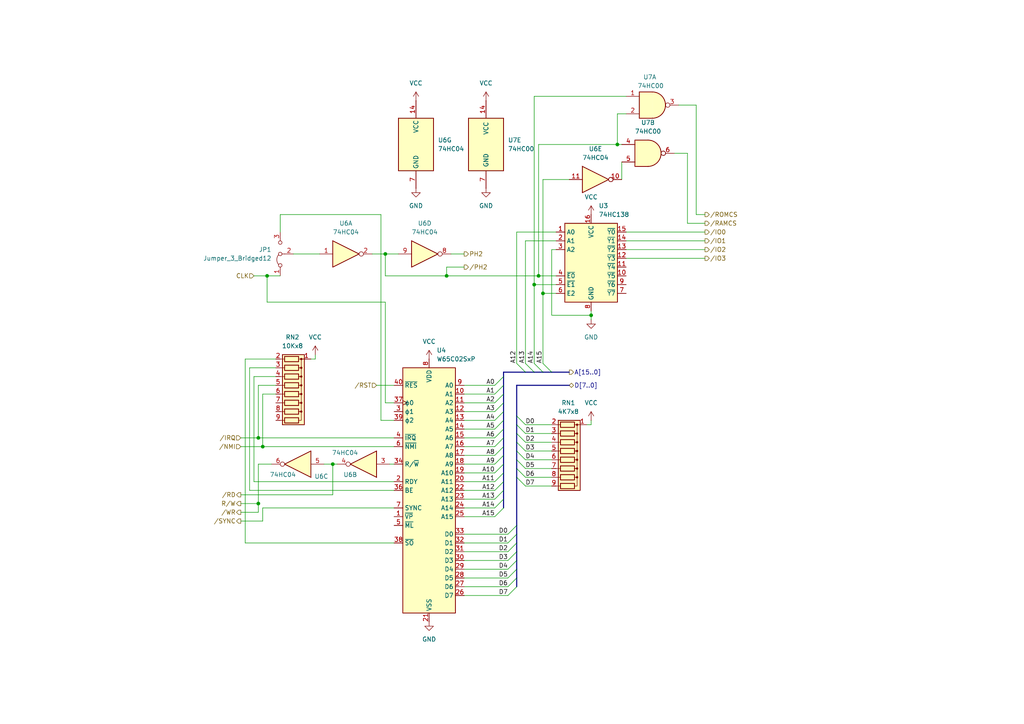
<source format=kicad_sch>
(kicad_sch (version 20231120) (generator "eeschema") (generator_version "8.0")
  (paper "A4")
  (lib_symbols
    (symbol "65xx-library:W65C02SxP"
      (property "Reference" "U" (at 2.54 40.64 0))
      (property "Value" "W65C02SxP" (at 2.54 38.1 0))
      (symbol "W65C02SxP_0_1"
        (rectangle (start -7.62 35.56) (end 7.62 -35.56) (stroke (width 0.254)) (fill (type background)))
      )
      (symbol "W65C02SxP_1_1"
        (pin output line (at -10.16 -7.62 0) (length 2.54) (name "~{VP}") (number "1"))
        (pin tri_state line (at 10.16 27.94 180) (length 2.54) (name "A1") (number "10"))
        (pin tri_state line (at 10.16 25.4 180) (length 2.54) (name "A2") (number "11"))
        (pin tri_state line (at 10.16 22.86 180) (length 2.54) (name "A3") (number "12"))
        (pin tri_state line (at 10.16 20.32 180) (length 2.54) (name "A4") (number "13"))
        (pin tri_state line (at 10.16 17.78 180) (length 2.54) (name "A5") (number "14"))
        (pin tri_state line (at 10.16 15.24 180) (length 2.54) (name "A6") (number "15"))
        (pin tri_state line (at 10.16 12.7 180) (length 2.54) (name "A7") (number "16"))
        (pin tri_state line (at 10.16 10.16 180) (length 2.54) (name "A8") (number "17"))
        (pin tri_state line (at 10.16 7.62 180) (length 2.54) (name "A9") (number "18"))
        (pin tri_state line (at 10.16 5.08 180) (length 2.54) (name "A10") (number "19"))
        (pin open_collector line (at -10.16 2.54 0) (length 2.54) (name "RDY") (number "2"))
        (pin tri_state line (at 10.16 2.54 180) (length 2.54) (name "A11") (number "20"))
        (pin power_in line (at 0 -38.1 90) (length 2.54) (name "VSS") (number "21"))
        (pin tri_state line (at 10.16 0 180) (length 2.54) (name "A12") (number "22"))
        (pin tri_state line (at 10.16 -2.54 180) (length 2.54) (name "A13") (number "23"))
        (pin tri_state line (at 10.16 -5.08 180) (length 2.54) (name "A14") (number "24"))
        (pin tri_state line (at 10.16 -7.62 180) (length 2.54) (name "A15") (number "25"))
        (pin bidirectional line (at 10.16 -30.48 180) (length 2.54) (name "D7") (number "26"))
        (pin bidirectional line (at 10.16 -27.94 180) (length 2.54) (name "D6") (number "27"))
        (pin bidirectional line (at 10.16 -25.4 180) (length 2.54) (name "D5") (number "28"))
        (pin bidirectional line (at 10.16 -22.86 180) (length 2.54) (name "D4") (number "29"))
        (pin output line (at -10.16 22.86 0) (length 2.54) (name "ϕ1") (number "3"))
        (pin bidirectional line (at 10.16 -20.32 180) (length 2.54) (name "D3") (number "30"))
        (pin bidirectional line (at 10.16 -17.78 180) (length 2.54) (name "D2") (number "31"))
        (pin bidirectional line (at 10.16 -15.24 180) (length 2.54) (name "D1") (number "32"))
        (pin bidirectional line (at 10.16 -12.7 180) (length 2.54) (name "D0") (number "33"))
        (pin tri_state line (at -10.16 7.62 0) (length 2.54) (name "R/~{W}") (number "34"))
        (pin no_connect non_logic (at -7.62 -30.48 0) (length 2.54) hide (name "nc") (number "35"))
        (pin input line (at -10.16 0 0) (length 2.54) (name "BE") (number "36"))
        (pin input clock (at -10.16 25.4 0) (length 2.54) (name "ϕ0") (number "37"))
        (pin input line (at -10.16 -15.24 0) (length 2.54) (name "~{SO}") (number "38"))
        (pin output line (at -10.16 20.32 0) (length 2.54) (name "ϕ2") (number "39"))
        (pin input line (at -10.16 15.24 0) (length 2.54) (name "~{IRQ}") (number "4"))
        (pin input line (at -10.16 30.48 0) (length 2.54) (name "~{RES}") (number "40"))
        (pin output line (at -10.16 -10.16 0) (length 2.54) (name "~{ML}") (number "5"))
        (pin input line (at -10.16 12.7 0) (length 2.54) (name "~{NMI}") (number "6"))
        (pin output line (at -10.16 -5.08 0) (length 2.54) (name "SYNC") (number "7"))
        (pin power_in line (at 0 38.1 270) (length 2.54) (name "VDD") (number "8"))
        (pin tri_state line (at 10.16 30.48 180) (length 2.54) (name "A0") (number "9"))
      )
    )
    (symbol "74xx:74HC00" (pin_names (offset 1.016))
      (property "Reference" "U" (at 0 1.27 0))
      (property "Value" "74HC00" (at 0 -1.27 0))
      (symbol "74HC00_1_1"
        (arc (start 0 -3.81) (mid 3.7934 0) (end 0 3.81) (stroke (width 0.254)) (fill (type background)))
        (polyline (pts (xy 0 3.81) (xy -3.81 3.81) (xy -3.81 -3.81) (xy 0 -3.81)) (stroke (width 0.254)) (fill (type background)))
        (pin input line (at -7.62 2.54 0) (length 3.81) (name "~") (number "1"))
        (pin input line (at -7.62 -2.54 0) (length 3.81) (name "~") (number "2"))
        (pin output inverted (at 7.62 0 180) (length 3.81) (name "~") (number "3"))
      )
      (symbol "74HC00_1_2"
        (arc (start -3.81 -3.81) (mid -2.589 0) (end -3.81 3.81) (stroke (width 0.254)))
        (arc (start -0.6096 -3.81) (mid 2.1842 -2.5851) (end 3.81 0) (stroke (width 0.254)) (fill (type background)))
        (polyline (pts (xy -3.81 -3.81) (xy -0.635 -3.81)) (stroke (width 0.254)) (fill (type background)))
        (polyline (pts (xy -3.81 3.81) (xy -0.635 3.81)) (stroke (width 0.254)) (fill (type background)))
        (polyline (pts (xy -0.635 3.81) (xy -3.81 3.81) (xy -3.81 3.81) (xy -3.556 3.4036) (xy -3.0226 2.2606) (xy -2.6924 1.0414) (xy -2.6162 -0.254) (xy -2.7686 -1.4986) (xy -3.175 -2.7178) (xy -3.81 -3.81) (xy -3.81 -3.81) (xy -0.635 -3.81)) (stroke (width -25.4)) (fill (type background)))
        (arc (start 3.81 0) (mid 2.1915 2.5936) (end -0.6096 3.81) (stroke (width 0.254)) (fill (type background)))
        (pin input inverted (at -7.62 2.54 0) (length 4.318) (name "~") (number "1"))
        (pin input inverted (at -7.62 -2.54 0) (length 4.318) (name "~") (number "2"))
        (pin output line (at 7.62 0 180) (length 3.81) (name "~") (number "3"))
      )
      (symbol "74HC00_2_1"
        (arc (start 0 -3.81) (mid 3.7934 0) (end 0 3.81) (stroke (width 0.254)) (fill (type background)))
        (polyline (pts (xy 0 3.81) (xy -3.81 3.81) (xy -3.81 -3.81) (xy 0 -3.81)) (stroke (width 0.254)) (fill (type background)))
        (pin input line (at -7.62 2.54 0) (length 3.81) (name "~") (number "4"))
        (pin input line (at -7.62 -2.54 0) (length 3.81) (name "~") (number "5"))
        (pin output inverted (at 7.62 0 180) (length 3.81) (name "~") (number "6"))
      )
      (symbol "74HC00_2_2"
        (arc (start -3.81 -3.81) (mid -2.589 0) (end -3.81 3.81) (stroke (width 0.254)))
        (arc (start -0.6096 -3.81) (mid 2.1842 -2.5851) (end 3.81 0) (stroke (width 0.254)) (fill (type background)))
        (polyline (pts (xy -3.81 -3.81) (xy -0.635 -3.81)) (stroke (width 0.254)) (fill (type background)))
        (polyline (pts (xy -3.81 3.81) (xy -0.635 3.81)) (stroke (width 0.254)) (fill (type background)))
        (polyline (pts (xy -0.635 3.81) (xy -3.81 3.81) (xy -3.81 3.81) (xy -3.556 3.4036) (xy -3.0226 2.2606) (xy -2.6924 1.0414) (xy -2.6162 -0.254) (xy -2.7686 -1.4986) (xy -3.175 -2.7178) (xy -3.81 -3.81) (xy -3.81 -3.81) (xy -0.635 -3.81)) (stroke (width -25.4)) (fill (type background)))
        (arc (start 3.81 0) (mid 2.1915 2.5936) (end -0.6096 3.81) (stroke (width 0.254)) (fill (type background)))
        (pin input inverted (at -7.62 2.54 0) (length 4.318) (name "~") (number "4"))
        (pin input inverted (at -7.62 -2.54 0) (length 4.318) (name "~") (number "5"))
        (pin output line (at 7.62 0 180) (length 3.81) (name "~") (number "6"))
      )
      (symbol "74HC00_3_1"
        (arc (start 0 -3.81) (mid 3.7934 0) (end 0 3.81) (stroke (width 0.254)) (fill (type background)))
        (polyline (pts (xy 0 3.81) (xy -3.81 3.81) (xy -3.81 -3.81) (xy 0 -3.81)) (stroke (width 0.254)) (fill (type background)))
        (pin input line (at -7.62 -2.54 0) (length 3.81) (name "~") (number "10"))
        (pin output inverted (at 7.62 0 180) (length 3.81) (name "~") (number "8"))
        (pin input line (at -7.62 2.54 0) (length 3.81) (name "~") (number "9"))
      )
      (symbol "74HC00_3_2"
        (arc (start -3.81 -3.81) (mid -2.589 0) (end -3.81 3.81) (stroke (width 0.254)))
        (arc (start -0.6096 -3.81) (mid 2.1842 -2.5851) (end 3.81 0) (stroke (width 0.254)) (fill (type background)))
        (polyline (pts (xy -3.81 -3.81) (xy -0.635 -3.81)) (stroke (width 0.254)) (fill (type background)))
        (polyline (pts (xy -3.81 3.81) (xy -0.635 3.81)) (stroke (width 0.254)) (fill (type background)))
        (polyline (pts (xy -0.635 3.81) (xy -3.81 3.81) (xy -3.81 3.81) (xy -3.556 3.4036) (xy -3.0226 2.2606) (xy -2.6924 1.0414) (xy -2.6162 -0.254) (xy -2.7686 -1.4986) (xy -3.175 -2.7178) (xy -3.81 -3.81) (xy -3.81 -3.81) (xy -0.635 -3.81)) (stroke (width -25.4)) (fill (type background)))
        (arc (start 3.81 0) (mid 2.1915 2.5936) (end -0.6096 3.81) (stroke (width 0.254)) (fill (type background)))
        (pin input inverted (at -7.62 -2.54 0) (length 4.318) (name "~") (number "10"))
        (pin output line (at 7.62 0 180) (length 3.81) (name "~") (number "8"))
        (pin input inverted (at -7.62 2.54 0) (length 4.318) (name "~") (number "9"))
      )
      (symbol "74HC00_4_1"
        (arc (start 0 -3.81) (mid 3.7934 0) (end 0 3.81) (stroke (width 0.254)) (fill (type background)))
        (polyline (pts (xy 0 3.81) (xy -3.81 3.81) (xy -3.81 -3.81) (xy 0 -3.81)) (stroke (width 0.254)) (fill (type background)))
        (pin output inverted (at 7.62 0 180) (length 3.81) (name "~") (number "11"))
        (pin input line (at -7.62 2.54 0) (length 3.81) (name "~") (number "12"))
        (pin input line (at -7.62 -2.54 0) (length 3.81) (name "~") (number "13"))
      )
      (symbol "74HC00_4_2"
        (arc (start -3.81 -3.81) (mid -2.589 0) (end -3.81 3.81) (stroke (width 0.254)))
        (arc (start -0.6096 -3.81) (mid 2.1842 -2.5851) (end 3.81 0) (stroke (width 0.254)) (fill (type background)))
        (polyline (pts (xy -3.81 -3.81) (xy -0.635 -3.81)) (stroke (width 0.254)) (fill (type background)))
        (polyline (pts (xy -3.81 3.81) (xy -0.635 3.81)) (stroke (width 0.254)) (fill (type background)))
        (polyline (pts (xy -0.635 3.81) (xy -3.81 3.81) (xy -3.81 3.81) (xy -3.556 3.4036) (xy -3.0226 2.2606) (xy -2.6924 1.0414) (xy -2.6162 -0.254) (xy -2.7686 -1.4986) (xy -3.175 -2.7178) (xy -3.81 -3.81) (xy -3.81 -3.81) (xy -0.635 -3.81)) (stroke (width -25.4)) (fill (type background)))
        (arc (start 3.81 0) (mid 2.1915 2.5936) (end -0.6096 3.81) (stroke (width 0.254)) (fill (type background)))
        (pin output line (at 7.62 0 180) (length 3.81) (name "~") (number "11"))
        (pin input inverted (at -7.62 2.54 0) (length 4.318) (name "~") (number "12"))
        (pin input inverted (at -7.62 -2.54 0) (length 4.318) (name "~") (number "13"))
      )
      (symbol "74HC00_5_0"
        (pin power_in line (at 0 12.7 270) (length 5.08) (name "VCC") (number "14"))
        (pin power_in line (at 0 -12.7 90) (length 5.08) (name "GND") (number "7"))
      )
      (symbol "74HC00_5_1"
        (rectangle (start -5.08 7.62) (end 5.08 -7.62) (stroke (width 0.254)) (fill (type background)))
      )
    )
    (symbol "74xx:74HC04"
      (property "Reference" "U" (at 0 1.27 0))
      (property "Value" "74HC04" (at 0 -1.27 0))
      (symbol "74HC04_1_0"
        (polyline (pts (xy -3.81 3.81) (xy -3.81 -3.81) (xy 3.81 0) (xy -3.81 3.81)) (stroke (width 0.254)) (fill (type background)))
        (pin input line (at -7.62 0 0) (length 3.81) (name "~") (number "1"))
        (pin output inverted (at 7.62 0 180) (length 3.81) (name "~") (number "2"))
      )
      (symbol "74HC04_2_0"
        (polyline (pts (xy -3.81 3.81) (xy -3.81 -3.81) (xy 3.81 0) (xy -3.81 3.81)) (stroke (width 0.254)) (fill (type background)))
        (pin input line (at -7.62 0 0) (length 3.81) (name "~") (number "3"))
        (pin output inverted (at 7.62 0 180) (length 3.81) (name "~") (number "4"))
      )
      (symbol "74HC04_3_0"
        (polyline (pts (xy -3.81 3.81) (xy -3.81 -3.81) (xy 3.81 0) (xy -3.81 3.81)) (stroke (width 0.254)) (fill (type background)))
        (pin input line (at -7.62 0 0) (length 3.81) (name "~") (number "5"))
        (pin output inverted (at 7.62 0 180) (length 3.81) (name "~") (number "6"))
      )
      (symbol "74HC04_4_0"
        (polyline (pts (xy -3.81 3.81) (xy -3.81 -3.81) (xy 3.81 0) (xy -3.81 3.81)) (stroke (width 0.254)) (fill (type background)))
        (pin output inverted (at 7.62 0 180) (length 3.81) (name "~") (number "8"))
        (pin input line (at -7.62 0 0) (length 3.81) (name "~") (number "9"))
      )
      (symbol "74HC04_5_0"
        (polyline (pts (xy -3.81 3.81) (xy -3.81 -3.81) (xy 3.81 0) (xy -3.81 3.81)) (stroke (width 0.254)) (fill (type background)))
        (pin output inverted (at 7.62 0 180) (length 3.81) (name "~") (number "10"))
        (pin input line (at -7.62 0 0) (length 3.81) (name "~") (number "11"))
      )
      (symbol "74HC04_6_0"
        (polyline (pts (xy -3.81 3.81) (xy -3.81 -3.81) (xy 3.81 0) (xy -3.81 3.81)) (stroke (width 0.254)) (fill (type background)))
        (pin output inverted (at 7.62 0 180) (length 3.81) (name "~") (number "12"))
        (pin input line (at -7.62 0 0) (length 3.81) (name "~") (number "13"))
      )
      (symbol "74HC04_7_0"
        (pin power_in line (at 0 12.7 270) (length 5.08) (name "VCC") (number "14"))
        (pin power_in line (at 0 -12.7 90) (length 5.08) (name "GND") (number "7"))
      )
      (symbol "74HC04_7_1"
        (rectangle (start -5.08 7.62) (end 5.08 -7.62) (stroke (width 0.254)) (fill (type background)))
      )
    )
    (symbol "74xx:74HC138"
      (property "Reference" "U" (at -7.62 13.97 0))
      (property "Value" "74HC138" (at 2.54 -11.43 0))
      (symbol "74HC138_0_1"
        (rectangle (start -7.62 12.7) (end 7.62 -10.16) (stroke (width 0.254)) (fill (type background)))
      )
      (symbol "74HC138_1_1"
        (pin input line (at -10.16 10.16 0) (length 2.54) (name "A0") (number "1"))
        (pin output line (at 10.16 -2.54 180) (length 2.54) (name "~{Y5}") (number "10"))
        (pin output line (at 10.16 0 180) (length 2.54) (name "~{Y4}") (number "11"))
        (pin output line (at 10.16 2.54 180) (length 2.54) (name "~{Y3}") (number "12"))
        (pin output line (at 10.16 5.08 180) (length 2.54) (name "~{Y2}") (number "13"))
        (pin output line (at 10.16 7.62 180) (length 2.54) (name "~{Y1}") (number "14"))
        (pin output line (at 10.16 10.16 180) (length 2.54) (name "~{Y0}") (number "15"))
        (pin power_in line (at 0 15.24 270) (length 2.54) (name "VCC") (number "16"))
        (pin input line (at -10.16 7.62 0) (length 2.54) (name "A1") (number "2"))
        (pin input line (at -10.16 5.08 0) (length 2.54) (name "A2") (number "3"))
        (pin input line (at -10.16 -2.54 0) (length 2.54) (name "~{E0}") (number "4"))
        (pin input line (at -10.16 -5.08 0) (length 2.54) (name "~{E1}") (number "5"))
        (pin input line (at -10.16 -7.62 0) (length 2.54) (name "E2") (number "6"))
        (pin output line (at 10.16 -7.62 180) (length 2.54) (name "~{Y7}") (number "7"))
        (pin power_in line (at 0 -12.7 90) (length 2.54) (name "GND") (number "8"))
        (pin output line (at 10.16 -5.08 180) (length 2.54) (name "~{Y6}") (number "9"))
      )
    )
    (symbol "Device:R_Network08" (pin_names (offset 0) hide)
      (property "Reference" "RN" (at -12.7 0 90))
      (property "Value" "R_Network08" (at 10.16 0 90))
      (symbol "R_Network08_0_1"
        (rectangle (start -11.43 -3.175) (end 8.89 3.175) (stroke (width 0.254)) (fill (type background)))
        (rectangle (start -10.922 1.524) (end -9.398 -2.54) (stroke (width 0.254)))
        (circle (center -10.16 2.286) (radius 0.254) (fill (type outline)))
        (rectangle (start -8.382 1.524) (end -6.858 -2.54) (stroke (width 0.254)))
        (circle (center -7.62 2.286) (radius 0.254) (fill (type outline)))
        (rectangle (start -5.842 1.524) (end -4.318 -2.54) (stroke (width 0.254)))
        (circle (center -5.08 2.286) (radius 0.254) (fill (type outline)))
        (rectangle (start -3.302 1.524) (end -1.778 -2.54) (stroke (width 0.254)))
        (circle (center -2.54 2.286) (radius 0.254) (fill (type outline)))
        (rectangle (start -0.762 1.524) (end 0.762 -2.54) (stroke (width 0.254)))
        (polyline (pts (xy -10.16 -2.54) (xy -10.16 -3.81)))
        (polyline (pts (xy -7.62 -2.54) (xy -7.62 -3.81)))
        (polyline (pts (xy -5.08 -2.54) (xy -5.08 -3.81)))
        (polyline (pts (xy -2.54 -2.54) (xy -2.54 -3.81)))
        (polyline (pts (xy 0 -2.54) (xy 0 -3.81)))
        (polyline (pts (xy 2.54 -2.54) (xy 2.54 -3.81)))
        (polyline (pts (xy 5.08 -2.54) (xy 5.08 -3.81)))
        (polyline (pts (xy 7.62 -2.54) (xy 7.62 -3.81)))
        (polyline (pts (xy -10.16 1.524) (xy -10.16 2.286) (xy -7.62 2.286) (xy -7.62 1.524)))
        (polyline (pts (xy -7.62 1.524) (xy -7.62 2.286) (xy -5.08 2.286) (xy -5.08 1.524)))
        (polyline (pts (xy -5.08 1.524) (xy -5.08 2.286) (xy -2.54 2.286) (xy -2.54 1.524)))
        (polyline (pts (xy -2.54 1.524) (xy -2.54 2.286) (xy 0 2.286) (xy 0 1.524)))
        (polyline (pts (xy 0 1.524) (xy 0 2.286) (xy 2.54 2.286) (xy 2.54 1.524)))
        (polyline (pts (xy 2.54 1.524) (xy 2.54 2.286) (xy 5.08 2.286) (xy 5.08 1.524)))
        (polyline (pts (xy 5.08 1.524) (xy 5.08 2.286) (xy 7.62 2.286) (xy 7.62 1.524)))
        (circle (center 0 2.286) (radius 0.254) (fill (type outline)))
        (rectangle (start 1.778 1.524) (end 3.302 -2.54) (stroke (width 0.254)))
        (circle (center 2.54 2.286) (radius 0.254) (fill (type outline)))
        (rectangle (start 4.318 1.524) (end 5.842 -2.54) (stroke (width 0.254)))
        (circle (center 5.08 2.286) (radius 0.254) (fill (type outline)))
        (rectangle (start 6.858 1.524) (end 8.382 -2.54) (stroke (width 0.254)))
      )
      (symbol "R_Network08_1_1"
        (pin passive line (at -10.16 5.08 270) (length 2.54) (name "common") (number "1"))
        (pin passive line (at -10.16 -5.08 90) (length 1.27) (name "R1") (number "2"))
        (pin passive line (at -7.62 -5.08 90) (length 1.27) (name "R2") (number "3"))
        (pin passive line (at -5.08 -5.08 90) (length 1.27) (name "R3") (number "4"))
        (pin passive line (at -2.54 -5.08 90) (length 1.27) (name "R4") (number "5"))
        (pin passive line (at 0 -5.08 90) (length 1.27) (name "R5") (number "6"))
        (pin passive line (at 2.54 -5.08 90) (length 1.27) (name "R6") (number "7"))
        (pin passive line (at 5.08 -5.08 90) (length 1.27) (name "R7") (number "8"))
        (pin passive line (at 7.62 -5.08 90) (length 1.27) (name "R8") (number "9"))
      )
    )
    (symbol "Jumper:Jumper_3_Bridged12" (pin_names (offset 0) hide)
      (property "Reference" "JP" (at -2.54 -2.54 0))
      (property "Value" "Jumper_3_Bridged12" (at 0 2.794 0))
      (symbol "Jumper_3_Bridged12_0_0"
        (circle (center -3.302 0) (radius 0.508))
        (circle (center 0 0) (radius 0.508))
        (circle (center 3.302 0) (radius 0.508))
      )
      (symbol "Jumper_3_Bridged12_0_1"
        (arc (start -0.254 0.508) (mid -1.651 0.9912) (end -3.048 0.508))
        (polyline (pts (xy 0 -1.27) (xy 0 -0.508)))
      )
      (symbol "Jumper_3_Bridged12_1_1"
        (pin passive line (at -6.35 0 0) (length 2.54) (name "A") (number "1"))
        (pin passive line (at 0 -3.81 90) (length 2.54) (name "C") (number "2"))
        (pin passive line (at 6.35 0 180) (length 2.54) (name "B") (number "3"))
      )
    )
    (symbol "power:GND" (power) (pin_numbers hide) (pin_names (offset 0) hide)
      (property "Value" "GND" (at 0 -3.81 0))
      (symbol "GND_0_1"
        (polyline (pts (xy 0 0) (xy 0 -1.27) (xy 1.27 -1.27) (xy 0 -2.54) (xy -1.27 -1.27) (xy 0 -1.27)))
      )
      (symbol "GND_1_1"
        (pin power_in line (at 0 0 270) (length 0) (name "~") (number "1"))
      )
    )
    (symbol "power:VCC" (power) (pin_numbers hide) (pin_names (offset 0) hide)
      (property "Value" "VCC" (at 0 3.556 0))
      (symbol "VCC_0_1"
        (polyline (pts (xy -0.762 1.27) (xy 0 2.54)))
        (polyline (pts (xy 0 0) (xy 0 2.54)))
        (polyline (pts (xy 0 2.54) (xy 0.762 1.27)))
      )
      (symbol "VCC_1_1"
        (pin power_in line (at 0 0 90) (length 0) (name "~") (number "1"))
      )
    )
  )
  (junction (at 111.76 73.66))
  (junction (at 129.54 80.01))
  (junction (at 74.93 146.05))
  (junction (at 156.21 80.01))
  (junction (at 179.07 41.91))
  (junction (at 77.47 80.01))
  (junction (at 76.2 129.54))
  (junction (at 96.52 134.62))
  (junction (at 171.45 91.44))
  (junction (at 74.93 127))
  (junction (at 154.94 82.55))
  (junction (at 157.48 85.09))
  (bus_entry (at 147.32 172.72) (size 2.54 -2.54))
  (bus_entry (at 154.94 107.95) (size -2.54 -2.54))
  (bus_entry (at 146.05 111.76) (size -2.54 2.54))
  (bus_entry (at 149.86 138.43) (size 2.54 2.54))
  (bus_entry (at 146.05 119.38) (size -2.54 2.54))
  (bus_entry (at 146.05 129.54) (size -2.54 2.54))
  (bus_entry (at 149.86 128.27) (size 2.54 2.54))
  (bus_entry (at 146.05 137.16) (size -2.54 2.54))
  (bus_entry (at 146.05 134.62) (size -2.54 2.54))
  (bus_entry (at 149.86 133.35) (size 2.54 2.54))
  (bus_entry (at 146.05 139.7) (size -2.54 2.54))
  (bus_entry (at 146.05 109.22) (size -2.54 2.54))
  (bus_entry (at 149.86 125.73) (size 2.54 2.54))
  (bus_entry (at 146.05 116.84) (size -2.54 2.54))
  (bus_entry (at 149.86 123.19) (size 2.54 2.54))
  (bus_entry (at 149.86 135.89) (size 2.54 2.54))
  (bus_entry (at 146.05 114.3) (size -2.54 2.54))
  (bus_entry (at 146.05 144.78) (size -2.54 2.54))
  (bus_entry (at 147.32 157.48) (size 2.54 -2.54))
  (bus_entry (at 147.32 170.18) (size 2.54 -2.54))
  (bus_entry (at 143.51 149.86) (size 2.54 -2.54))
  (bus_entry (at 152.4 107.95) (size -2.54 -2.54))
  (bus_entry (at 147.32 162.56) (size 2.54 -2.54))
  (bus_entry (at 147.32 154.94) (size 2.54 -2.54))
  (bus_entry (at 146.05 124.46) (size -2.54 2.54))
  (bus_entry (at 157.48 107.95) (size -2.54 -2.54))
  (bus_entry (at 146.05 121.92) (size -2.54 2.54))
  (bus_entry (at 149.86 130.81) (size 2.54 2.54))
  (bus_entry (at 146.05 127) (size -2.54 2.54))
  (bus_entry (at 147.32 167.64) (size 2.54 -2.54))
  (bus_entry (at 149.86 120.65) (size 2.54 2.54))
  (bus_entry (at 146.05 142.24) (size -2.54 2.54))
  (bus_entry (at 147.32 165.1) (size 2.54 -2.54))
  (bus_entry (at 147.32 160.02) (size 2.54 -2.54))
  (bus_entry (at 146.05 132.08) (size -2.54 2.54))
  (bus_entry (at 160.02 107.95) (size -2.54 -2.54))
  (wire (pts (xy 180.34 46.99) (xy 180.34 52.07)))
  (bus (pts (xy 146.05 116.84) (xy 146.05 114.3)))
  (bus (pts (xy 149.86 170.18) (xy 149.86 167.64)))
  (wire (pts (xy 69.85 129.54) (xy 76.2 129.54)))
  (wire (pts (xy 69.85 143.51) (xy 96.52 143.51)))
  (wire (pts (xy 160.02 91.44) (xy 160.02 72.39)))
  (bus (pts (xy 146.05 127) (xy 146.05 124.46)))
  (wire (pts (xy 134.62 111.76) (xy 143.51 111.76)))
  (wire (pts (xy 134.62 129.54) (xy 143.51 129.54)))
  (wire (pts (xy 156.21 80.01) (xy 129.54 80.01)))
  (bus (pts (xy 149.86 130.81) (xy 149.86 128.27)))
  (wire (pts (xy 110.49 62.23) (xy 81.28 62.23)))
  (bus (pts (xy 146.05 109.22) (xy 146.05 107.95)))
  (wire (pts (xy 134.62 77.47) (xy 129.54 77.47)))
  (bus (pts (xy 152.4 107.95) (xy 154.94 107.95)))
  (wire (pts (xy 92.71 73.66) (xy 85.09 73.66)))
  (wire (pts (xy 93.98 134.62) (xy 96.52 134.62)))
  (bus (pts (xy 149.86 160.02) (xy 149.86 157.48)))
  (wire (pts (xy 134.62 124.46) (xy 143.51 124.46)))
  (wire (pts (xy 113.03 134.62) (xy 114.3 134.62)))
  (bus (pts (xy 146.05 137.16) (xy 146.05 134.62)))
  (wire (pts (xy 179.07 41.91) (xy 180.34 41.91)))
  (wire (pts (xy 74.93 134.62) (xy 78.74 134.62)))
  (wire (pts (xy 157.48 52.07) (xy 157.48 85.09)))
  (wire (pts (xy 129.54 80.01) (xy 111.76 80.01)))
  (wire (pts (xy 134.62 160.02) (xy 147.32 160.02)))
  (wire (pts (xy 134.62 144.78) (xy 143.51 144.78)))
  (wire (pts (xy 154.94 82.55) (xy 161.29 82.55)))
  (wire (pts (xy 134.62 154.94) (xy 147.32 154.94)))
  (wire (pts (xy 152.4 135.89) (xy 160.02 135.89)))
  (wire (pts (xy 156.21 41.91) (xy 179.07 41.91)))
  (wire (pts (xy 72.39 142.24) (xy 72.39 106.68)))
  (wire (pts (xy 74.93 127) (xy 114.3 127)))
  (wire (pts (xy 134.62 134.62) (xy 143.51 134.62)))
  (wire (pts (xy 111.76 116.84) (xy 114.3 116.84)))
  (wire (pts (xy 134.62 142.24) (xy 143.51 142.24)))
  (bus (pts (xy 146.05 121.92) (xy 146.05 119.38)))
  (wire (pts (xy 149.86 67.31) (xy 161.29 67.31)))
  (bus (pts (xy 149.86 167.64) (xy 149.86 165.1)))
  (bus (pts (xy 146.05 111.76) (xy 146.05 109.22)))
  (wire (pts (xy 110.49 121.92) (xy 110.49 62.23)))
  (wire (pts (xy 77.47 87.63) (xy 111.76 87.63)))
  (bus (pts (xy 146.05 119.38) (xy 146.05 116.84)))
  (wire (pts (xy 152.4 128.27) (xy 160.02 128.27)))
  (wire (pts (xy 204.47 69.85) (xy 181.61 69.85)))
  (bus (pts (xy 146.05 134.62) (xy 146.05 132.08)))
  (bus (pts (xy 146.05 132.08) (xy 146.05 129.54)))
  (wire (pts (xy 134.62 119.38) (xy 143.51 119.38)))
  (wire (pts (xy 74.93 148.59) (xy 74.93 146.05)))
  (wire (pts (xy 171.45 123.19) (xy 171.45 121.92)))
  (bus (pts (xy 149.86 152.4) (xy 149.86 138.43)))
  (wire (pts (xy 91.44 102.87) (xy 91.44 104.14)))
  (wire (pts (xy 170.18 123.19) (xy 171.45 123.19)))
  (wire (pts (xy 109.22 111.76) (xy 114.3 111.76)))
  (wire (pts (xy 204.47 64.77) (xy 199.39 64.77)))
  (wire (pts (xy 157.48 52.07) (xy 165.1 52.07)))
  (wire (pts (xy 199.39 64.77) (xy 199.39 44.45)))
  (bus (pts (xy 146.05 124.46) (xy 146.05 121.92)))
  (wire (pts (xy 134.62 162.56) (xy 147.32 162.56)))
  (wire (pts (xy 134.62 149.86) (xy 143.51 149.86)))
  (wire (pts (xy 152.4 140.97) (xy 160.02 140.97)))
  (wire (pts (xy 73.66 139.7) (xy 73.66 109.22)))
  (bus (pts (xy 146.05 129.54) (xy 146.05 127)))
  (wire (pts (xy 69.85 151.13) (xy 76.2 151.13)))
  (wire (pts (xy 72.39 106.68) (xy 80.01 106.68)))
  (wire (pts (xy 204.47 67.31) (xy 181.61 67.31)))
  (wire (pts (xy 201.93 30.48) (xy 196.85 30.48)))
  (wire (pts (xy 181.61 74.93) (xy 204.47 74.93)))
  (wire (pts (xy 80.01 111.76) (xy 74.93 111.76)))
  (wire (pts (xy 74.93 146.05) (xy 74.93 134.62)))
  (wire (pts (xy 114.3 157.48) (xy 71.12 157.48)))
  (wire (pts (xy 171.45 91.44) (xy 171.45 92.71)))
  (wire (pts (xy 134.62 139.7) (xy 143.51 139.7)))
  (bus (pts (xy 149.86 111.76) (xy 165.1 111.76)))
  (bus (pts (xy 149.86 120.65) (xy 149.86 111.76)))
  (wire (pts (xy 134.62 172.72) (xy 147.32 172.72)))
  (wire (pts (xy 171.45 91.44) (xy 160.02 91.44)))
  (wire (pts (xy 152.4 130.81) (xy 160.02 130.81)))
  (bus (pts (xy 154.94 107.95) (xy 157.48 107.95)))
  (wire (pts (xy 76.2 151.13) (xy 76.2 147.32)))
  (wire (pts (xy 134.62 147.32) (xy 143.51 147.32)))
  (wire (pts (xy 74.93 146.05) (xy 69.85 146.05)))
  (wire (pts (xy 152.4 133.35) (xy 160.02 133.35)))
  (bus (pts (xy 146.05 144.78) (xy 146.05 142.24)))
  (wire (pts (xy 152.4 105.41) (xy 152.4 69.85)))
  (wire (pts (xy 76.2 147.32) (xy 114.3 147.32)))
  (wire (pts (xy 152.4 123.19) (xy 160.02 123.19)))
  (wire (pts (xy 157.48 85.09) (xy 157.48 105.41)))
  (wire (pts (xy 96.52 134.62) (xy 96.52 143.51)))
  (wire (pts (xy 134.62 167.64) (xy 147.32 167.64)))
  (wire (pts (xy 71.12 104.14) (xy 71.12 157.48)))
  (wire (pts (xy 157.48 85.09) (xy 161.29 85.09)))
  (wire (pts (xy 134.62 114.3) (xy 143.51 114.3)))
  (bus (pts (xy 149.86 133.35) (xy 149.86 130.81)))
  (wire (pts (xy 204.47 62.23) (xy 201.93 62.23)))
  (wire (pts (xy 74.93 111.76) (xy 74.93 127)))
  (wire (pts (xy 160.02 72.39) (xy 161.29 72.39)))
  (bus (pts (xy 149.86 154.94) (xy 149.86 152.4)))
  (wire (pts (xy 134.62 116.84) (xy 143.51 116.84)))
  (wire (pts (xy 156.21 80.01) (xy 156.21 41.91)))
  (bus (pts (xy 149.86 157.48) (xy 149.86 154.94)))
  (wire (pts (xy 80.01 114.3) (xy 76.2 114.3)))
  (wire (pts (xy 152.4 69.85) (xy 161.29 69.85)))
  (bus (pts (xy 149.86 125.73) (xy 149.86 123.19)))
  (bus (pts (xy 160.02 107.95) (xy 165.1 107.95)))
  (wire (pts (xy 154.94 27.94) (xy 154.94 82.55)))
  (wire (pts (xy 199.39 44.45) (xy 195.58 44.45)))
  (wire (pts (xy 81.28 62.23) (xy 81.28 67.31)))
  (bus (pts (xy 146.05 107.95) (xy 152.4 107.95)))
  (wire (pts (xy 107.95 73.66) (xy 111.76 73.66)))
  (bus (pts (xy 149.86 162.56) (xy 149.86 160.02)))
  (wire (pts (xy 181.61 27.94) (xy 154.94 27.94)))
  (wire (pts (xy 77.47 80.01) (xy 77.47 87.63)))
  (wire (pts (xy 152.4 138.43) (xy 160.02 138.43)))
  (bus (pts (xy 149.86 138.43) (xy 149.86 135.89)))
  (wire (pts (xy 181.61 72.39) (xy 204.47 72.39)))
  (wire (pts (xy 156.21 80.01) (xy 161.29 80.01)))
  (bus (pts (xy 146.05 139.7) (xy 146.05 137.16)))
  (wire (pts (xy 134.62 127) (xy 143.51 127)))
  (wire (pts (xy 91.44 104.14) (xy 90.17 104.14)))
  (bus (pts (xy 146.05 144.78) (xy 146.05 147.32)))
  (bus (pts (xy 149.86 123.19) (xy 149.86 120.65)))
  (wire (pts (xy 73.66 80.01) (xy 77.47 80.01)))
  (bus (pts (xy 149.86 128.27) (xy 149.86 125.73)))
  (wire (pts (xy 134.62 170.18) (xy 147.32 170.18)))
  (bus (pts (xy 149.86 165.1) (xy 149.86 162.56)))
  (wire (pts (xy 134.62 132.08) (xy 143.51 132.08)))
  (bus (pts (xy 149.86 135.89) (xy 149.86 133.35)))
  (wire (pts (xy 96.52 134.62) (xy 97.79 134.62)))
  (wire (pts (xy 114.3 142.24) (xy 72.39 142.24)))
  (wire (pts (xy 154.94 82.55) (xy 154.94 105.41)))
  (wire (pts (xy 111.76 73.66) (xy 115.57 73.66)))
  (wire (pts (xy 77.47 80.01) (xy 81.28 80.01)))
  (wire (pts (xy 149.86 105.41) (xy 149.86 67.31)))
  (wire (pts (xy 111.76 80.01) (xy 111.76 73.66)))
  (wire (pts (xy 181.61 33.02) (xy 179.07 33.02)))
  (wire (pts (xy 134.62 137.16) (xy 143.51 137.16)))
  (bus (pts (xy 146.05 114.3) (xy 146.05 111.76)))
  (wire (pts (xy 73.66 109.22) (xy 80.01 109.22)))
  (bus (pts (xy 157.48 107.95) (xy 160.02 107.95)))
  (wire (pts (xy 129.54 77.47) (xy 129.54 80.01)))
  (wire (pts (xy 201.93 62.23) (xy 201.93 30.48)))
  (wire (pts (xy 69.85 127) (xy 74.93 127)))
  (wire (pts (xy 69.85 148.59) (xy 74.93 148.59)))
  (wire (pts (xy 76.2 129.54) (xy 114.3 129.54)))
  (wire (pts (xy 114.3 121.92) (xy 110.49 121.92)))
  (wire (pts (xy 111.76 87.63) (xy 111.76 116.84)))
  (wire (pts (xy 130.81 73.66) (xy 134.62 73.66)))
  (wire (pts (xy 114.3 139.7) (xy 73.66 139.7)))
  (bus (pts (xy 146.05 142.24) (xy 146.05 139.7)))
  (wire (pts (xy 76.2 114.3) (xy 76.2 129.54)))
  (wire (pts (xy 171.45 90.17) (xy 171.45 91.44)))
  (wire (pts (xy 152.4 125.73) (xy 160.02 125.73)))
  (wire (pts (xy 134.62 121.92) (xy 143.51 121.92)))
  (wire (pts (xy 80.01 104.14) (xy 71.12 104.14)))
  (wire (pts (xy 179.07 33.02) (xy 179.07 41.91)))
  (wire (pts (xy 134.62 157.48) (xy 147.32 157.48)))
  (wire (pts (xy 134.62 165.1) (xy 147.32 165.1)))
  (label "D7" (at 152.4 140.97 0))
  (label "D3" (at 147.32 162.56 180))
  (label "A15" (at 157.48 105.41 90))
  (label "D2" (at 147.32 160.02 180))
  (label "D0" (at 152.4 123.19 0))
  (label "A14" (at 154.94 105.41 90))
  (label "D6" (at 152.4 138.43 0))
  (label "A9" (at 143.51 134.62 180))
  (label "A14" (at 143.51 147.32 180))
  (label "A6" (at 143.51 127 180))
  (label "D4" (at 147.32 165.1 180))
  (label "A12" (at 143.51 142.24 180))
  (label "D6" (at 147.32 170.18 180))
  (label "D7" (at 147.32 172.72 180))
  (label "A5" (at 143.51 124.46 180))
  (label "D1" (at 152.4 125.73 0))
  (label "A13" (at 143.51 144.78 180))
  (label "D3" (at 152.4 130.81 0))
  (label "A15" (at 143.51 149.86 180))
  (label "A11" (at 143.51 139.7 180))
  (label "A8" (at 143.51 132.08 180))
  (label "A2" (at 143.51 116.84 180))
  (label "A4" (at 143.51 121.92 180))
  (label "D4" (at 152.4 133.35 0))
  (label "A12" (at 149.86 105.41 90))
  (label "D2" (at 152.4 128.27 0))
  (label "D5" (at 152.4 135.89 0))
  (label "A10" (at 143.51 137.16 180))
  (label "A3" (at 143.51 119.38 180))
  (label "D1" (at 147.32 157.48 180))
  (label "D5" (at 147.32 167.64 180))
  (label "A0" (at 143.51 111.76 180))
  (label "A1" (at 143.51 114.3 180))
  (label "D0" (at 147.32 154.94 180))
  (label "A7" (at 143.51 129.54 180))
  (label "A13" (at 152.4 105.41 90))
  (hierarchical_label "{slash}IO2" (shape output) (at 204.47 72.39 0))
  (hierarchical_label "{slash}RD" (shape output) (at 69.85 143.51 180))
  (hierarchical_label "{slash}RST" (shape input) (at 109.22 111.76 180))
  (hierarchical_label "D[7..0]" (shape bidirectional) (at 165.1 111.76 0))
  (hierarchical_label "{slash}NMI" (shape input) (at 69.85 129.54 180))
  (hierarchical_label "A[15..0]" (shape output) (at 165.1 107.95 0))
  (hierarchical_label "{slash}IO0" (shape output) (at 204.47 67.31 0))
  (hierarchical_label "{slash}IO3" (shape output) (at 204.47 74.93 0))
  (hierarchical_label "{slash}RAMCS" (shape output) (at 204.47 64.77 0))
  (hierarchical_label "R{slash}W" (shape output) (at 69.85 146.05 180))
  (hierarchical_label "PH2" (shape output) (at 134.62 73.66 0))
  (hierarchical_label "CLK" (shape input) (at 73.66 80.01 180))
  (hierarchical_label "{slash}IRQ" (shape input) (at 69.85 127 180))
  (hierarchical_label "{slash}PH2" (shape output) (at 134.62 77.47 0))
  (hierarchical_label "{slash}ROMCS" (shape output) (at 204.47 62.23 0))
  (hierarchical_label "{slash}SYNC" (shape output) (at 69.85 151.13 180))
  (hierarchical_label "{slash}IO1" (shape output) (at 204.47 69.85 0))
  (hierarchical_label "{slash}WR" (shape output) (at 69.85 148.59 180))
  (symbol (lib_id "74xx:74HC04") (at 86.36 134.62 180) (unit 3)
    (property "Reference" "U6" (at 93.218 138.176 0))
    (property "Value" "74HC04" (at 82.042 137.668 0))
    (property "Datasheet" "https://assets.nexperia.com/documents/data-sheet/74HC_HCT04.pdf" (effects (hide yes)))
    (property "Description" "Hex Inverter" (effects (hide yes)))
  )
  (symbol (lib_id "power:GND") (at 171.45 92.71 0) (unit 1)
    (property "Reference" "#PWR015" (effects (hide yes)))
    (property "Value" "GND" (at 171.45 97.79 0))
    (property "Description" "Power symbol creates a global label with name \"GND\" , ground" (effects (hide yes)))
  )
  (symbol (lib_id "74xx:74HC04") (at 337.82 29.21 0) (unit 6)
    (property "Reference" "U6" (at 338.074 37.338 0))
    (property "Value" "74HC04" (at 337.566 34.798 0))
    (property "Datasheet" "https://assets.nexperia.com/documents/data-sheet/74HC_HCT04.pdf" (effects (hide yes)))
    (property "Description" "Hex Inverter" (effects (hide yes)))
  )
  (symbol (lib_id "74xx:74HC04") (at 105.41 134.62 180) (unit 2)
    (property "Reference" "U6" (at 101.6 137.668 0))
    (property "Value" "74HC04" (at 100.076 131.318 0))
    (property "Datasheet" "https://assets.nexperia.com/documents/data-sheet/74HC_HCT04.pdf" (effects (hide yes)))
    (property "Description" "Hex Inverter" (effects (hide yes)))
  )
  (symbol (lib_id "74xx:74HC00") (at 335.28 125.73 0) (unit 3)
    (property "Reference" "U7" (at 335.2717 116.84 0))
    (property "Value" "74HC00" (at 335.2717 119.38 0))
    (property "Datasheet" "http://www.ti.com/lit/gpn/sn74hc00" (effects (hide yes)))
    (property "Description" "quad 2-input NAND gate" (effects (hide yes)))
  )
  (symbol (lib_id "power:VCC") (at 124.46 104.14 0) (unit 1)
    (property "Reference" "#PWR09" (effects (hide yes)))
    (property "Value" "VCC" (at 124.46 99.06 0))
    (property "Description" "Power symbol creates a global label with name \"VCC\"" (effects (hide yes)))
  )
  (symbol (lib_id "power:VCC") (at 91.44 102.87 0) (unit 1)
    (property "Reference" "#PWR07" (effects (hide yes)))
    (property "Value" "VCC" (at 91.44 97.79 0))
    (property "Description" "Power symbol creates a global label with name \"VCC\"" (effects (hide yes)))
  )
  (symbol (lib_id "74xx:74HC04") (at 123.19 73.66 0) (unit 4)
    (property "Reference" "U6" (at 123.19 64.77 0))
    (property "Value" "74HC04" (at 123.19 67.31 0))
    (property "Datasheet" "https://assets.nexperia.com/documents/data-sheet/74HC_HCT04.pdf" (effects (hide yes)))
    (property "Description" "Hex Inverter" (effects (hide yes)))
  )
  (symbol (lib_id "74xx:74HC00") (at 332.74 102.87 0) (unit 4)
    (property "Reference" "U7" (at 332.7317 93.98 0))
    (property "Value" "74HC00" (at 332.7317 96.52 0))
    (property "Datasheet" "http://www.ti.com/lit/gpn/sn74hc00" (effects (hide yes)))
    (property "Description" "quad 2-input NAND gate" (effects (hide yes)))
  )
  (symbol (lib_id "power:GND") (at 120.65 54.61 0) (unit 1)
    (property "Reference" "#PWR018" (effects (hide yes)))
    (property "Value" "GND" (at 120.65 59.69 0))
    (property "Description" "Power symbol creates a global label with name \"GND\" , ground" (effects (hide yes)))
  )
  (symbol (lib_id "74xx:74HC04") (at 100.33 73.66 0) (unit 1)
    (property "Reference" "U6" (at 100.33 64.77 0))
    (property "Value" "74HC04" (at 100.33 67.31 0))
    (property "Datasheet" "https://assets.nexperia.com/documents/data-sheet/74HC_HCT04.pdf" (effects (hide yes)))
    (property "Description" "Hex Inverter" (effects (hide yes)))
  )
  (symbol (lib_id "74xx:74HC00") (at 187.96 44.45 0) (unit 2)
    (property "Reference" "U7" (at 187.9517 35.56 0))
    (property "Value" "74HC00" (at 187.9517 38.1 0))
    (property "Datasheet" "http://www.ti.com/lit/gpn/sn74hc00" (effects (hide yes)))
    (property "Description" "quad 2-input NAND gate" (effects (hide yes)))
  )
  (symbol (lib_id "Device:R_Network08") (at 85.09 114.3 270) (unit 1)
    (property "Reference" "RN2" (at 84.836 97.79 90))
    (property "Value" "10Kx8" (at 84.836 100.33 90))
    (property "Footprint" "Resistor_THT:R_Array_SIP9" (effects (hide yes)))
    (property "Datasheet" "http://www.vishay.com/docs/31509/csc.pdf" (effects (hide yes)))
    (property "Description" "8 resistor network, star topology, bussed resistors, small symbol" (effects (hide yes)))
  )
  (symbol (lib_id "power:GND") (at 140.97 54.61 0) (unit 1)
    (property "Reference" "#PWR019" (effects (hide yes)))
    (property "Value" "GND" (at 140.97 59.69 0))
    (property "Description" "Power symbol creates a global label with name \"GND\" , ground" (effects (hide yes)))
  )
  (symbol (lib_id "Device:R_Network08") (at 165.1 133.35 270) (unit 1)
    (property "Reference" "RN1" (at 164.846 116.84 90))
    (property "Value" "4K7x8" (at 164.846 119.38 90))
    (property "Footprint" "Resistor_THT:R_Array_SIP9" (effects (hide yes)))
    (property "Datasheet" "http://www.vishay.com/docs/31509/csc.pdf" (effects (hide yes)))
    (property "Description" "8 resistor network, star topology, bussed resistors, small symbol" (effects (hide yes)))
  )
  (symbol (lib_id "Jumper:Jumper_3_Bridged12") (at 81.28 73.66 90) (unit 1)
    (property "Reference" "JP1" (at 78.74 72.3899 90) (effects (justify left)))
    (property "Value" "Jumper_3_Bridged12" (at 78.74 74.9299 90) (effects (justify left)))
    (property "Description" "Jumper, 3-pole, pins 1+2 closed/bridged" (effects (hide yes)))
  )
  (symbol (lib_id "power:GND") (at 124.46 180.34 0) (unit 1)
    (property "Reference" "#PWR010" (effects (hide yes)))
    (property "Value" "GND" (at 124.46 185.42 0))
    (property "Description" "Power symbol creates a global label with name \"GND\" , ground" (effects (hide yes)))
  )
  (symbol (lib_id "74xx:74HC04") (at 120.65 41.91 0) (unit 7)
    (property "Reference" "U6" (at 127 40.6399 0) (effects (justify left)))
    (property "Value" "74HC04" (at 127 43.1799 0) (effects (justify left)))
    (property "Datasheet" "https://assets.nexperia.com/documents/data-sheet/74HC_HCT04.pdf" (effects (hide yes)))
    (property "Description" "Hex Inverter" (effects (hide yes)))
  )
  (symbol (lib_id "74xx:74HC00") (at 189.23 30.48 0) (unit 1)
    (property "Reference" "U7" (at 188.468 22.352 0))
    (property "Value" "74HC00" (at 188.722 24.892 0))
    (property "Datasheet" "http://www.ti.com/lit/gpn/sn74hc00" (effects (hide yes)))
    (property "Description" "quad 2-input NAND gate" (effects (hide yes)))
  )
  (symbol (lib_id "power:VCC") (at 140.97 29.21 0) (unit 1)
    (property "Reference" "#PWR017" (effects (hide yes)))
    (property "Value" "VCC" (at 140.97 24.13 0))
    (property "Description" "Power symbol creates a global label with name \"VCC\"" (effects (hide yes)))
  )
  (symbol (lib_id "power:VCC") (at 171.45 62.23 0) (unit 1)
    (property "Reference" "#PWR014" (effects (hide yes)))
    (property "Value" "VCC" (at 171.45 57.15 0))
    (property "Description" "Power symbol creates a global label with name \"VCC\"" (effects (hide yes)))
  )
  (symbol (lib_id "74xx:74HC138") (at 171.45 77.47 0) (unit 1)
    (property "Reference" "U3" (at 173.6441 59.69 0) (effects (justify left)))
    (property "Value" "74HC138" (at 173.6441 62.23 0) (effects (justify left)))
    (property "Datasheet" "http://www.ti.com/lit/ds/symlink/cd74hc238.pdf" (effects (hide yes)))
    (property "Description" "3-to-8 line decoder/multiplexer inverting, DIP-16/SOIC-16/SSOP-16" (effects (hide yes)))
  )
  (symbol (lib_id "74xx:74HC04") (at 172.72 52.07 0) (unit 5)
    (property "Reference" "U6" (at 172.72 43.18 0))
    (property "Value" "74HC04" (at 172.72 45.72 0))
    (property "Datasheet" "https://assets.nexperia.com/documents/data-sheet/74HC_HCT04.pdf" (effects (hide yes)))
    (property "Description" "Hex Inverter" (effects (hide yes)))
  )
  (symbol (lib_id "power:VCC") (at 120.65 29.21 0) (unit 1)
    (property "Reference" "#PWR016" (effects (hide yes)))
    (property "Value" "VCC" (at 120.65 24.13 0))
    (property "Description" "Power symbol creates a global label with name \"VCC\"" (effects (hide yes)))
  )
  (symbol (lib_id "65xx-library:W65C02SxP") (at 124.46 142.24 0) (unit 1)
    (property "Reference" "U4" (at 126.6541 101.6 0) (effects (justify left)))
    (property "Value" "W65C02SxP" (at 126.6541 104.14 0) (effects (justify left)))
    (property "Footprint" "Package_DIP:DIP-40_W15.24mm" (effects (hide yes)))
    (property "Datasheet" "http://www.westerndesigncenter.com/wdc/documentation/w65c02s.pdf" (effects (hide yes)))
    (property "Description" "8-bit CMOS General Purpose Microprocessor, DIP-40" (effects (hide yes)))
  )
  (symbol (lib_id "74xx:74HC00") (at 140.97 41.91 0) (unit 5)
    (property "Reference" "U7" (at 147.32 40.6399 0) (effects (justify left)))
    (property "Value" "74HC00" (at 147.32 43.1799 0) (effects (justify left)))
    (property "Datasheet" "http://www.ti.com/lit/gpn/sn74hc00" (effects (hide yes)))
    (property "Description" "quad 2-input NAND gate" (effects (hide yes)))
  )
  (symbol (lib_id "power:VCC") (at 171.45 121.92 0) (unit 1)
    (property "Reference" "#PWR063" (effects (hide yes)))
    (property "Value" "VCC" (at 171.45 116.84 0))
    (property "Description" "Power symbol creates a global label with name \"VCC\"" (effects (hide yes)))
  )
)
</source>
